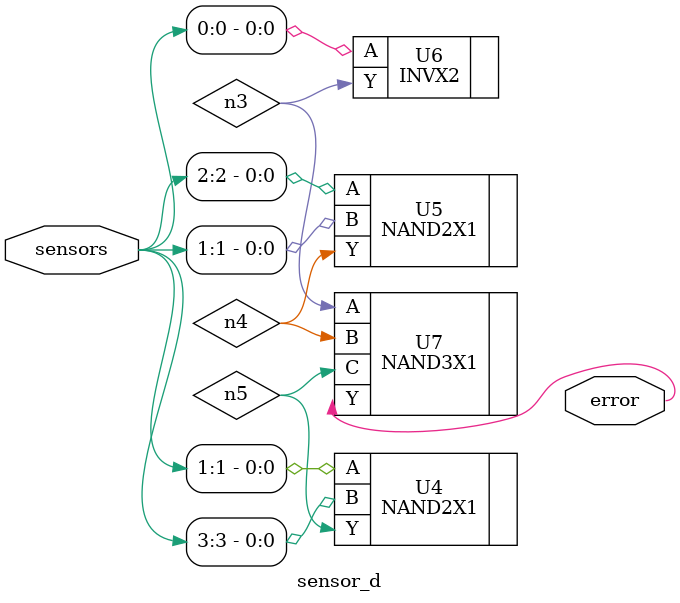
<source format=v>

module sensor_d ( sensors, error );
  input [3:0] sensors;
  output error;
  wire   n3, n4, n5;

  NAND2X1 U4 ( .A(sensors[1]), .B(sensors[3]), .Y(n5) );
  NAND2X1 U5 ( .A(sensors[2]), .B(sensors[1]), .Y(n4) );
  INVX2 U6 ( .A(sensors[0]), .Y(n3) );
  NAND3X1 U7 ( .A(n3), .B(n4), .C(n5), .Y(error) );
endmodule


</source>
